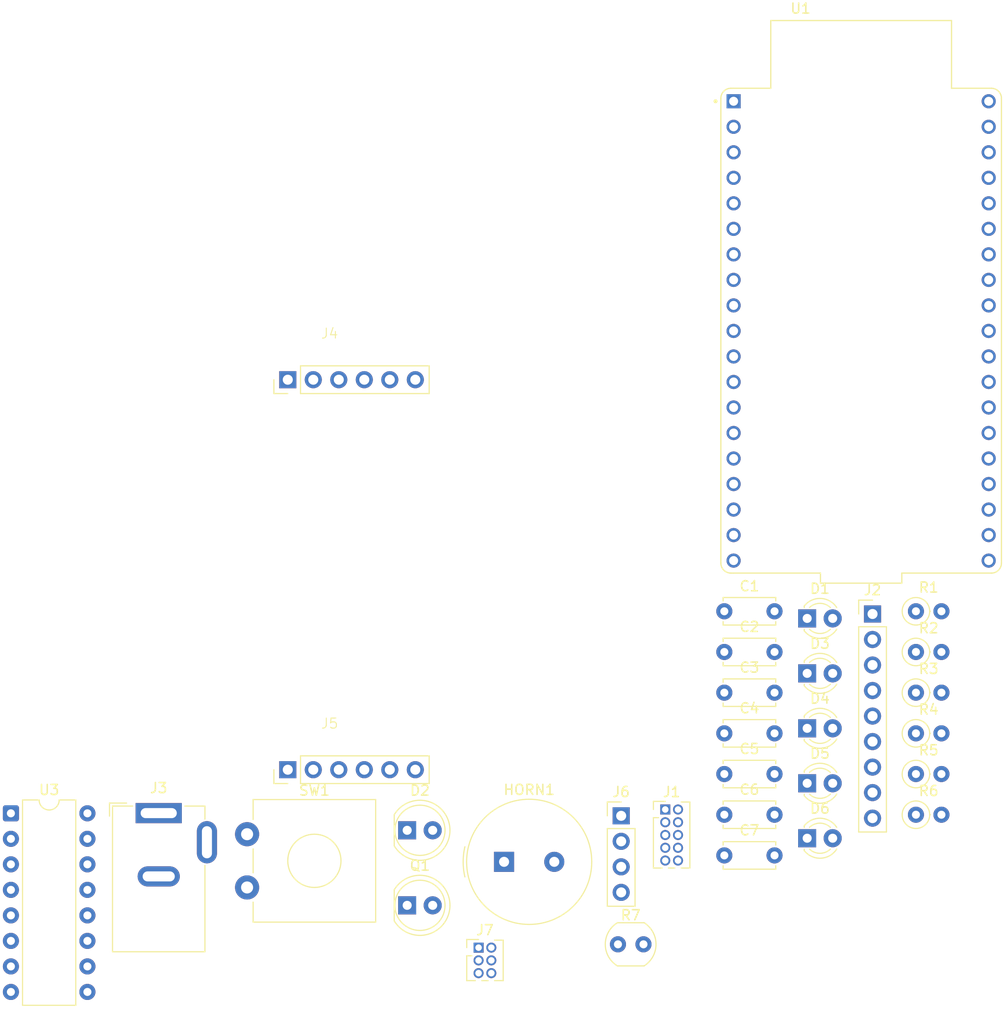
<source format=kicad_pcb>
(kicad_pcb (version 20241229) (generator "pcbnew") (generator_version "9.0")
  (layers (0 "F.Cu" signal) (2 "B.Cu" signal) (13 "F.Paste" user) (15 "B.Paste" user) (5 "F.SilkS" user "F.Silkscreen") (7 "B.SilkS" user "B.Silkscreen") (1 "F.Mask" user) (3 "B.Mask" user) (25 "Edge.Cuts" user))
  (net 0 "")
  (net 1 "GND")
  (net 2 "+3V3")
  (net 3 "+BATT")
  (net 4 "Net-(J4-Pin_1)")
  (net 5 "Net-(J4-Pin_2)")
  (net 6 "Net-(J5-Pin_2)")
  (net 7 "Net-(J5-Pin_1)")
  (net 8 "Net-(D1-A)")
  (net 9 "Net-(D2-A)")
  (net 10 "/REARLAMPS")
  (net 11 "Net-(D3-K)")
  (net 12 "/FRONTLAMPS")
  (net 13 "Net-(D5-K)")
  (net 14 "/HORN")
  (net 16 "/JTAG_MTCK")
  (net 17 "/JTAG_MTDO")
  (net 18 "/JTAG_MTDI")
  (net 19 "/JTAG_MTMS")
  (net 21 "/GPS_RX")
  (net 25 "/GPS_TX")
  (net 27 "Net-(SW1-A)")
  (net 29 "/RENCODER_A")
  (net 30 "/RENCODER_B")
  (net 31 "/LENCODER_B")
  (net 32 "/LENCODER_A")
  (net 33 "/TRIG")
  (net 34 "/ECHO")
  (net 35 "/RXD")
  (net 36 "/RESET")
  (net 37 "/TXD")
  (net 39 "/PHOTOTRANS")
  (net 40 "/DAYNIGHT")
  (net 41 "/LMOTOR_4A")
  (net 43 "/RMOTOR_1A")
  (net 47 "/RMOTOR_2A")
  (net 48 "/LPWM_3A4A")
  (net 51 "/LMOTOR_3A")
  (net 53 "/RPWM_1A2A")
  (footprint "Resistor_THT:R_Axial_DIN0207_L6.3mm_D2.5mm_P2.54mm_Vertical" (layer "F.Cu") (at 107.96 94.5)
    (property "Reference" "R6" (at 1.27 -2.37 0) (layer "F.SilkS"))
    (property "Value" "10K")
    (fp_line (start 1.37 0) (end 1.44 0) (stroke (width 0.12)) (layer "F.SilkS"))
    (fp_circle (center 0 0) (end 1.37 0) (stroke (width 0.12)) (fill no) (layer "F.SilkS"))
    (pad "1" thru_hole circle (at 0 0) (size 1.6 1.6) (drill 0.8) (layers "*.Cu" "*.Mask") (net 2 "+3V3"))
    (pad "2" thru_hole circle (at 2.54 0) (size 1.6 1.6) (drill 0.8) (layers "*.Cu" "*.Mask") (net 40 "/DAYNIGHT"))
  )
  (footprint "LED_THT:LED_D3.0mm" (layer "F.Cu") (at 97.13 85.9)
    (property "Reference" "D4" (at 1.27 -2.96 0) (layer "F.SilkS"))
    (property "Value" "LED")
    (fp_line (start -0.29 -1.236) (end -0.29 -1.08) (stroke (width 0.12)) (layer "F.SilkS"))
    (fp_line (start -0.29 1.08) (end -0.29 1.236) (stroke (width 0.12)) (layer "F.SilkS"))
    (fp_arc (start -0.29 -1.235516) (mid 1.36566 -1.987699) (end 2.941437 -1.08) (stroke (width 0.12)) (layer "F.SilkS"))
    (fp_arc (start 0.229039 -1.08) (mid 1.27 -1.5) (end 2.310961 -1.08) (stroke (width 0.12)) (layer "F.SilkS"))
    (fp_arc (start 2.310961 1.08) (mid 1.27 1.5) (end 0.229039 1.08) (stroke (width 0.12)) (layer "F.SilkS"))
    (fp_arc (start 2.941437 1.08) (mid 1.36566 1.987699) (end -0.29 1.235516) (stroke (width 0.12)) (layer "F.SilkS"))
    (pad "1" thru_hole rect (at 0 0) (size 1.8 1.8) (drill 0.9) (layers "*.Cu" "*.Mask") (net 11 "Net-(D3-K)"))
    (pad "2" thru_hole circle (at 2.54 0) (size 1.8 1.8) (drill 0.9) (layers "*.Cu" "*.Mask") (net 10 "/REARLAMPS"))
  )
  (footprint "Capacitor_THT:C_Disc_D5.0mm_W2.5mm_P5.00mm" (layer "F.Cu") (at 88.88 86.4)
    (property "Reference" "C4" (at 2.5 -2.5 0) (layer "F.SilkS"))
    (property "Value" "0.1Uf")
    (fp_line (start -0.12 -1.37) (end 5.12 -1.37) (stroke (width 0.12)) (layer "F.SilkS"))
    (fp_line (start -0.12 -1.033) (end -0.12 -1.37) (stroke (width 0.12)) (layer "F.SilkS"))
    (fp_line (start -0.12 1.37) (end -0.12 1.033) (stroke (width 0.12)) (layer "F.SilkS"))
    (fp_line (start 5.12 -1.37) (end 5.12 -1.033) (stroke (width 0.12)) (layer "F.SilkS"))
    (fp_line (start 5.12 1.033) (end 5.12 1.37) (stroke (width 0.12)) (layer "F.SilkS"))
    (fp_line (start 5.12 1.37) (end -0.12 1.37) (stroke (width 0.12)) (layer "F.SilkS"))
    (pad "1" thru_hole circle (at 0 0) (size 1.6 1.6) (drill 0.8) (layers "*.Cu" "*.Mask") (net 4 "Net-(J4-Pin_1)"))
    (pad "2" thru_hole circle (at 5 0) (size 1.6 1.6) (drill 0.8) (layers "*.Cu" "*.Mask") (net 5 "Net-(J4-Pin_2)"))
  )
  (footprint "LED_THT:LED_D5.0mm_IRGrey" (layer "F.Cu") (at 57.3 96.05)
    (property "Reference" "D2" (at 1.27 -3.96 0) (layer "F.SilkS"))
    (property "Value" "LD274")
    (fp_line (start -1.29 -1.545) (end -1.29 1.545) (stroke (width 0.12)) (layer "F.SilkS"))
    (fp_arc (start -1.29 -1.54483) (mid 2.071779 -2.880495) (end 4.26 0) (stroke (width 0.12)) (layer "F.SilkS"))
    (fp_arc (start 4.26 0) (mid 2.071779 2.880495) (end -1.29 1.54483) (stroke (width 0.12)) (layer "F.SilkS"))
    (fp_circle (center 1.27 0) (end 3.77 0) (stroke (width 0.12)) (fill no) (layer "F.SilkS"))
    (pad "1" thru_hole rect (at 0 0) (size 1.8 1.8) (drill 0.9) (layers "*.Cu" "*.Mask") (net 1 "GND"))
    (pad "2" thru_hole circle (at 2.54 0) (size 1.8 1.8) (drill 0.9) (layers "*.Cu" "*.Mask") (net 9 "Net-(D2-A)"))
  )
  (footprint "Resistor_THT:R_Axial_DIN0207_L6.3mm_D2.5mm_P2.54mm_Vertical" (layer "F.Cu") (at 107.96 74.25)
    (property "Reference" "R1" (at 1.27 -2.37 0) (layer "F.SilkS"))
    (property "Value" "1k")
    (fp_line (start 1.37 0) (end 1.44 0) (stroke (width 0.12)) (layer "F.SilkS"))
    (fp_circle (center 0 0) (end 1.37 0) (stroke (width 0.12)) (fill no) (layer "F.SilkS"))
    (pad "1" thru_hole circle (at 0 0) (size 1.6 1.6) (drill 0.8) (layers "*.Cu" "*.Mask") (net 3 "+BATT"))
    (pad "2" thru_hole circle (at 2.54 0) (size 1.6 1.6) (drill 0.8) (layers "*.Cu" "*.Mask") (net 8 "Net-(D1-A)"))
  )
  (footprint "LED_THT:LED_D3.0mm" (layer "F.Cu") (at 97.13 91.37)
    (property "Reference" "D5" (at 1.27 -2.96 0) (layer "F.SilkS"))
    (property "Value" "LED")
    (fp_line (start -0.29 -1.236) (end -0.29 -1.08) (stroke (width 0.12)) (layer "F.SilkS"))
    (fp_line (start -0.29 1.08) (end -0.29 1.236) (stroke (width 0.12)) (layer "F.SilkS"))
    (fp_arc (start -0.29 -1.235516) (mid 1.36566 -1.987699) (end 2.941437 -1.08) (stroke (width 0.12)) (layer "F.SilkS"))
    (fp_arc (start 0.229039 -1.08) (mid 1.27 -1.5) (end 2.310961 -1.08) (stroke (width 0.12)) (layer "F.SilkS"))
    (fp_arc (start 2.310961 1.08) (mid 1.27 1.5) (end 0.229039 1.08) (stroke (width 0.12)) (layer "F.SilkS"))
    (fp_arc (start 2.941437 1.08) (mid 1.36566 1.987699) (end -0.29 1.235516) (stroke (width 0.12)) (layer "F.SilkS"))
    (pad "1" thru_hole rect (at 0 0) (size 1.8 1.8) (drill 0.9) (layers "*.Cu" "*.Mask") (net 13 "Net-(D5-K)"))
    (pad "2" thru_hole circle (at 2.54 0) (size 1.8 1.8) (drill 0.9) (layers "*.Cu" "*.Mask") (net 12 "/FRONTLAMPS"))
  )
  (footprint "Resistor_THT:R_Axial_DIN0207_L6.3mm_D2.5mm_P2.54mm_Vertical" (layer "F.Cu") (at 107.96 82.35)
    (property "Reference" "R3" (at 1.27 -2.37 0) (layer "F.SilkS"))
    (property "Value" "47K")
    (fp_line (start 1.37 0) (end 1.44 0) (stroke (width 0.12)) (layer "F.SilkS"))
    (fp_circle (center 0 0) (end 1.37 0) (stroke (width 0.12)) (fill no) (layer "F.SilkS"))
    (pad "1" thru_hole circle (at 0 0) (size 1.6 1.6) (drill 0.8) (layers "*.Cu" "*.Mask") (net 2 "+3V3"))
    (pad "2" thru_hole circle (at 2.54 0) (size 1.6 1.6) (drill 0.8) (layers "*.Cu" "*.Mask") (net 39 "/PHOTOTRANS"))
  )
  (footprint "Capacitor_THT:C_Disc_D5.0mm_W2.5mm_P5.00mm" (layer "F.Cu") (at 88.88 90.45)
    (property "Reference" "C5" (at 2.5 -2.5 0) (layer "F.SilkS"))
    (property "Value" "0.1Uf")
    (fp_line (start -0.12 -1.37) (end 5.12 -1.37) (stroke (width 0.12)) (layer "F.SilkS"))
    (fp_line (start -0.12 -1.033) (end -0.12 -1.37) (stroke (width 0.12)) (layer "F.SilkS"))
    (fp_line (start -0.12 1.37) (end -0.12 1.033) (stroke (width 0.12)) (layer "F.SilkS"))
    (fp_line (start 5.12 -1.37) (end 5.12 -1.033) (stroke (width 0.12)) (layer "F.SilkS"))
    (fp_line (start 5.12 1.033) (end 5.12 1.37) (stroke (width 0.12)) (layer "F.SilkS"))
    (fp_line (start 5.12 1.37) (end -0.12 1.37) (stroke (width 0.12)) (layer "F.SilkS"))
    (pad "1" thru_hole circle (at 0 0) (size 1.6 1.6) (drill 0.8) (layers "*.Cu" "*.Mask") (net 7 "Net-(J5-Pin_1)"))
    (pad "2" thru_hole circle (at 5 0) (size 1.6 1.6) (drill 0.8) (layers "*.Cu" "*.Mask") (net 6 "Net-(J5-Pin_2)"))
  )
  (footprint "Button_Switch_THT:SW_CW_GPTS203211B" (layer "F.Cu") (at 41.36 96.44)
    (property "Reference" "SW1" (at 6.7 -4.35 0) (layer "F.SilkS"))
    (property "Value" "SW_SPST")
    (fp_line (start 0.6 -3.45) (end 12.8 -3.45) (stroke (width 0.12)) (layer "F.SilkS"))
    (fp_line (start 0.6 -1.46) (end 0.6 -3.45) (stroke (width 0.12)) (layer "F.SilkS"))
    (fp_line (start 0.6 1.46) (end 0.6 3.84) (stroke (width 0.12)) (layer "F.SilkS"))
    (fp_line (start 0.6 8.75) (end 0.6 6.76) (stroke (width 0.12)) (layer "F.SilkS"))
    (fp_line (start 12.8 -3.45) (end 12.8 8.75) (stroke (width 0.12)) (layer "F.SilkS"))
    (fp_line (start 12.8 8.75) (end 0.6 8.75) (stroke (width 0.12)) (layer "F.SilkS"))
    (fp_circle (center 6.7 2.65) (end 9.35 2.65) (stroke (width 0.12)) (fill no) (layer "F.SilkS"))
    (pad "1" thru_hole circle (at 0 0) (size 2.4 2.4) (drill 1.2) (layers "*.Cu" "*.Mask") (net 27 "Net-(SW1-A)"))
    (pad "2" thru_hole circle (at 0 5.3) (size 2.4 2.4) (drill 1.2) (layers "*.Cu" "*.Mask") (net 3 "+BATT"))
  )
  (footprint "Connector_PinHeader_2.54mm:PinHeader_1x04_P2.54mm_Vertical" (layer "F.Cu") (at 78.61 94.61)
    (property "Reference" "J6" (at 0 -2.38 0) (layer "F.SilkS"))
    (property "Value" "Conn_01x04")
    (fp_line (start -1.38 -1.38) (end 0 -1.38) (stroke (width 0.12)) (layer "F.SilkS"))
    (fp_line (start -1.38 0) (end -1.38 -1.38) (stroke (width 0.12)) (layer "F.SilkS"))
    (fp_line (start -1.38 1.27) (end -1.38 9) (stroke (width 0.12)) (layer "F.SilkS"))
    (fp_line (start -1.38 1.27) (end 1.38 1.27) (stroke (width 0.12)) (layer "F.SilkS"))
    (fp_line (start -1.38 9) (end 1.38 9) (stroke (width 0.12)) (layer "F.SilkS"))
    (fp_line (start 1.38 1.27) (end 1.38 9) (stroke (width 0.12)) (layer "F.SilkS"))
    (pad "1" thru_hole rect (at 0 0) (size 1.7 1.7) (drill 1) (layers "*.Cu" "*.Mask") (net 2 "+3V3"))
    (pad "2" thru_hole circle (at 0 2.54) (size 1.7 1.7) (drill 1) (layers "*.Cu" "*.Mask") (net 33 "/TRIG"))
    (pad "3" thru_hole circle (at 0 5.08) (size 1.7 1.7) (drill 1) (layers "*.Cu" "*.Mask") (net 34 "/ECHO"))
    (pad "4" thru_hole circle (at 0 7.62) (size 1.7 1.7) (drill 1) (layers "*.Cu" "*.Mask") (net 1 "GND"))
  )
  (footprint "Buzzer_Beeper:Buzzer_TDK_PS1240P02BT_D12.2mm_H6.5mm" (layer "F.Cu") (at 66.948431 99.19)
    (property "Reference" "HORN1" (at 2.5 -7.17 0) (layer "F.SilkS"))
    (property "Value" "Buzzer")
    (fp_arc (start -3.9 1.499999) (mid -4.073431 0) (end -3.9 -1.5) (stroke (width 0.12)) (layer "F.SilkS"))
    (fp_circle (center 2.5 0) (end 8.73 0) (stroke (width 0.12)) (fill no) (layer "F.SilkS"))
    (pad "1" thru_hole rect (at 0 0) (size 2 2) (drill 1) (layers "*.Cu" "*.Mask") (net 14 "/HORN"))
    (pad "2" thru_hole circle (at 5 0) (size 2 2) (drill 1) (layers "*.Cu" "*.Mask") (net 1 "GND"))
  )
  (footprint "Connector_PinHeader_1.27mm:PinHeader_2x03_P1.27mm_Vertical" (layer "F.Cu") (at 64.41 107.73)
    (property "Reference" "J7" (at 0.635 -1.745 0) (layer "F.SilkS"))
    (property "Value" "Conn_02x03_Odd_Even")
    (fp_line (start -1.18 -0.81) (end 0 -0.81) (stroke (width 0.12)) (layer "F.SilkS"))
    (fp_line (start -1.18 0) (end -1.18 -0.81) (stroke (width 0.12)) (layer "F.SilkS"))
    (fp_line (start -1.18 0.81) (end -1.18 3.285) (stroke (width 0.12)) (layer "F.SilkS"))
    (fp_line (start -1.18 0.81) (end -0.666708 0.81) (stroke (width 0.12)) (layer "F.SilkS"))
    (fp_line (start -1.18 3.285) (end -0.317923 3.285) (stroke (width 0.12)) (layer "F.SilkS"))
    (fp_line (start 0.317923 3.285) (end 0.952077 3.285) (stroke (width 0.12)) (layer "F.SilkS"))
    (fp_line (start 1.587923 -0.745) (end 2.45 -0.745) (stroke (width 0.12)) (layer "F.SilkS"))
    (fp_line (start 1.587923 3.285) (end 2.45 3.285) (stroke (width 0.12)) (layer "F.SilkS"))
    (fp_line (start 2.45 -0.745) (end 2.45 3.285) (stroke (width 0.12)) (layer "F.SilkS"))
    (pad "1" thru_hole rect (at 0 0) (size 1 1) (drill 0.65) (layers "*.Cu" "*.Mask") (net 36 "/RESET"))
    (pad "2" thru_hole circle (at 1.27 0) (size 1 1) (drill 0.65) (layers "*.Cu" "*.Mask") (net 2 "+3V3"))
    (pad "3" thru_hole circle (at 0 1.27) (size 1 1) (drill 0.65) (layers "*.Cu" "*.Mask") (net 37 "/TXD"))
    (pad "4" thru_hole circle (at 1.27 1.27) (size 1 1) (drill 0.65) (layers "*.Cu" "*.Mask") (net 1 "GND"))
    (pad "5" thru_hole circle (at 0 2.54) (size 1 1) (drill 0.65) (layers "*.Cu" "*.Mask") (net 35 "/RXD"))
    (pad "6" thru_hole circle (at 1.27 2.54) (size 1 1) (drill 0.65) (layers "*.Cu" "*.Mask"))
  )
  (footprint "LED_THT:LED_D3.0mm" (layer "F.Cu") (at 97.13 74.96)
    (property "Reference" "D1" (at 1.27 -2.96 0) (layer "F.SilkS"))
    (property "Value" "LED")
    (fp_line (start -0.29 -1.236) (end -0.29 -1.08) (stroke (width 0.12)) (layer "F.SilkS"))
    (fp_line (start -0.29 1.08) (end -0.29 1.236) (stroke (width 0.12)) (layer "F.SilkS"))
    (fp_arc (start -0.29 -1.235516) (mid 1.36566 -1.987699) (end 2.941437 -1.08) (stroke (width 0.12)) (layer "F.SilkS"))
    (fp_arc (start 0.229039 -1.08) (mid 1.27 -1.5) (end 2.310961 -1.08) (stroke (width 0.12)) (layer "F.SilkS"))
    (fp_arc (start 2.310961 1.08) (mid 1.27 1.5) (end 0.229039 1.08) (stroke (width 0.12)) (layer "F.SilkS"))
    (fp_arc (start 2.941437 1.08) (mid 1.36566 1.987699) (end -0.29 1.235516) (stroke (width 0.12)) (layer "F.SilkS"))
    (pad "1" thru_hole rect (at 0 0) (size 1.8 1.8) (drill 0.9) (layers "*.Cu" "*.Mask") (net 1 "GND"))
    (pad "2" thru_hole circle (at 2.54 0) (size 1.8 1.8) (drill 0.9) (layers "*.Cu" "*.Mask") (net 8 "Net-(D1-A)"))
  )
  (footprint "OptoDevice:R_LDR_4.9x4.2mm_P2.54mm_Vertical" (layer "F.Cu") (at 78.29 107.4)
    (property "Reference" "R7" (at 1.27 -2.9 0) (layer "F.SilkS"))
    (property "Value" "R_Photo")
    (fp_line (start -0.05 -2.15) (end 2.6 -2.15) (stroke (width 0.12)) (layer "F.SilkS"))
    (fp_line (start -0.05 2.15) (end 2.6 2.15) (stroke (width 0.12)) (layer "F.SilkS"))
    (fp_arc (start -0.05 2.15) (mid -1.262424 0.01494) (end -0.075476 -2.134388) (stroke (width 0.12)) (layer "F.SilkS"))
    (fp_arc (start 2.6 -2.15) (mid 3.788646 -0.016616) (end 2.628027 2.132145) (stroke (width 0.12)) (layer "F.SilkS"))
    (pad "1" thru_hole circle (at 0 0) (size 1.6 1.6) (drill 0.8) (layers "*.Cu" "*.Mask") (net 40 "/DAYNIGHT"))
    (pad "2" thru_hole circle (at 2.54 0) (size 1.6 1.6) (drill 0.8) (layers "*.Cu" "*.Mask") (net 1 "GND"))
  )
  (footprint "Resistor_THT:R_Axial_DIN0207_L6.3mm_D2.5mm_P2.54mm_Vertical" (layer "F.Cu") (at 107.96 78.3)
    (property "Reference" "R2" (at 1.27 -2.37 0) (layer "F.SilkS"))
    (property "Value" "1K")
    (fp_line (start 1.37 0) (end 1.44 0) (stroke (width 0.12)) (layer "F.SilkS"))
    (fp_circle (center 0 0) (end 1.37 0) (stroke (width 0.12)) (fill no) (layer "F.SilkS"))
    (pad "1" thru_hole circle (at 0 0) (size 1.6 1.6) (drill 0.8) (layers "*.Cu" "*.Mask") (net 2 "+3V3"))
    (pad "2" thru_hole circle (at 2.54 0) (size 1.6 1.6) (drill 0.8) (layers "*.Cu" "*.Mask") (net 9 "Net-(D2-A)"))
  )
  (footprint "Resistor_THT:R_Axial_DIN0207_L6.3mm_D2.5mm_P2.54mm_Vertical" (layer "F.Cu") (at 107.96 90.45)
    (property "Reference" "R5" (at 1.27 -2.37 0) (layer "F.SilkS"))
    (property "Value" "330")
    (fp_line (start 1.37 0) (end 1.44 0) (stroke (width 0.12)) (layer "F.SilkS"))
    (fp_circle (center 0 0) (end 1.37 0) (stroke (width 0.12)) (fill no) (layer "F.SilkS"))
    (pad "1" thru_hole circle (at 0 0) (size 1.6 1.6) (drill 0.8) (layers "*.Cu" "*.Mask") (net 13 "Net-(D5-K)"))
    (pad "2" thru_hole circle (at 2.54 0) (size 1.6 1.6) (drill 0.8) (layers "*.Cu" "*.Mask") (net 1 "GND"))
  )
  (footprint "Capacitor_THT:C_Disc_D5.0mm_W2.5mm_P5.00mm" (layer "F.Cu") (at 88.88 82.35)
    (property "Reference" "C3" (at 2.5 -2.5 0) (layer "F.SilkS"))
    (property "Value" "47uF")
    (fp_line (start -0.12 -1.37) (end 5.12 -1.37) (stroke (width 0.12)) (layer "F.SilkS"))
    (fp_line (start -0.12 -1.033) (end -0.12 -1.37) (stroke (width 0.12)) (layer "F.SilkS"))
    (fp_line (start -0.12 1.37) (end -0.12 1.033) (stroke (width 0.12)) (layer "F.SilkS"))
    (fp_line (start 5.12 -1.37) (end 5.12 -1.033) (stroke (width 0.12)) (layer "F.SilkS"))
    (fp_line (start 5.12 1.033) (end 5.12 1.37) (stroke (width 0.12)) (layer "F.SilkS"))
    (fp_line (start 5.12 1.37) (end -0.12 1.37) (stroke (width 0.12)) (layer "F.SilkS"))
    (pad "1" thru_hole circle (at 0 0) (size 1.6 1.6) (drill 0.8) (layers "*.Cu" "*.Mask") (net 3 "+BATT"))
    (pad "2" thru_hole circle (at 5 0) (size 1.6 1.6) (drill 0.8) (layers "*.Cu" "*.Mask") (net 1 "GND"))
  )
  (footprint "Capacitor_THT:C_Disc_D5.0mm_W2.5mm_P5.00mm" (layer "F.Cu") (at 88.88 78.3)
    (property "Reference" "C2" (at 2.5 -2.5 0) (layer "F.SilkS"))
    (property "Value" "47uF")
    (fp_line (start -0.12 -1.37) (end 5.12 -1.37) (stroke (width 0.12)) (layer "F.SilkS"))
    (fp_line (start -0.12 -1.033) (end -0.12 -1.37) (stroke (width 0.12)) (layer "F.SilkS"))
    (fp_line (start -0.12 1.37) (end -0.12 1.033) (stroke (width 0.12)) (layer "F.SilkS"))
    (fp_line (start 5.12 -1.37) (end 5.12 -1.033) (stroke (width 0.12)) (layer "F.SilkS"))
    (fp_line (start 5.12 1.033) (end 5.12 1.37) (stroke (width 0.12)) (layer "F.SilkS"))
    (fp_line (start 5.12 1.37) (end -0.12 1.37) (stroke (width 0.12)) (layer "F.SilkS"))
    (pad "1" thru_hole circle (at 0 0) (size 1.6 1.6) (drill 0.8) (layers "*.Cu" "*.Mask") (net 3 "+BATT"))
    (pad "2" thru_hole circle (at 5 0) (size 1.6 1.6) (drill 0.8) (layers "*.Cu" "*.Mask") (net 1 "GND"))
  )
  (footprint "Capacitor_THT:C_Disc_D5.0mm_W2.5mm_P5.00mm" (layer "F.Cu") (at 88.88 74.25)
    (property "Reference" "C1" (at 2.5 -2.5 0) (layer "F.SilkS"))
    (property "Value" "0.1uF")
    (fp_line (start -0.12 -1.37) (end 5.12 -1.37) (stroke (width 0.12)) (layer "F.SilkS"))
    (fp_line (start -0.12 -1.033) (end -0.12 -1.37) (stroke (width 0.12)) (layer "F.SilkS"))
    (fp_line (start -0.12 1.37) (end -0.12 1.033) (stroke (width 0.12)) (layer "F.SilkS"))
    (fp_line (start 5.12 -1.37) (end 5.12 -1.033) (stroke (width 0.12)) (layer "F.SilkS"))
    (fp_line (start 5.12 1.033) (end 5.12 1.37) (stroke (width 0.12)) (layer "F.SilkS"))
    (fp_line (start 5.12 1.37) (end -0.12 1.37) (stroke (width 0.12)) (layer "F.SilkS"))
    (pad "1" thru_hole circle (at 0 0) (size 1.6 1.6) (drill 0.8) (layers "*.Cu" "*.Mask") (net 2 "+3V3"))
    (pad "2" thru_hole circle (at 5 0) (size 1.6 1.6) (drill 0.8) (layers "*.Cu" "*.Mask") (net 1 "GND"))
  )
  (footprint "0-My-Library:MODULE_ESP32-DEVKITC-32E" (layer "F.Cu") (at 102.505 46.32)
    (property "Reference" "U1" (at -6.0325 -32.0675 0) (layer "F.SilkS"))
    (property "Value" "ESP32-DEVKITC-32E")
    (fp_line (start -13.97 23.13) (end -13.97 -23.13) (stroke (width 0.127)) (layer "F.SilkS"))
    (fp_line (start -12.97 -24.13) (end -9 -24.13) (stroke (width 0.127)) (layer "F.SilkS"))
    (fp_line (start -12.97 24.13) (end -4.05 24.13) (stroke (width 0.127)) (layer "F.SilkS"))
    (fp_line (start -9 -30.87) (end 9 -30.87) (stroke (width 0.127)) (layer "F.SilkS"))
    (fp_line (start -9 -24.13) (end -9 -30.87) (stroke (width 0.127)) (layer "F.SilkS"))
    (fp_line (start -4.05 24.13) (end -4.05 25.13) (stroke (width 0.127)) (layer "F.SilkS"))
    (fp_line (start -4.05 25.13) (end 4.05 25.13) (stroke (width 0.127)) (layer "F.SilkS"))
    (fp_line (start 4.05 24.13) (end 12.97 24.13) (stroke (width 0.127)) (layer "F.SilkS"))
    (fp_line (start 4.05 25.13) (end 4.05 24.13) (stroke (width 0.127)) (layer "F.SilkS"))
    (fp_line (start 9 -30.87) (end 9 -24.13) (stroke (width 0.127)) (layer "F.SilkS"))
    (fp_line (start 9 -24.13) (end 12.97 -24.13) (stroke (width 0.127)) (layer "F.SilkS"))
    (fp_line (start 13.97 23.13) (end 13.97 -23.13) (stroke (width 0.127)) (layer "F.SilkS"))
    (fp_arc (start -13.97 -23.13) (mid -13.677107 -23.837107) (end -12.97 -24.13) (stroke (width 0.127)) (layer "F.SilkS"))
    (fp_arc (start -12.97 24.13) (mid -13.677107 23.837107) (end -13.97 23.13) (stroke (width 0.127)) (layer "F.SilkS"))
    (fp_arc (start 12.97 -24.13) (mid 13.677107 -23.837107) (end 13.97 -23.13) (stroke (width 0.127)) (layer "F.SilkS"))
    (fp_arc (start 13.97 23.13) (mid 13.677107 23.837107) (end 12.97 24.13) (stroke (width 0.127)) (layer "F.SilkS"))
    (fp_circle (center -14.5 -22.835) (end -14.4 -22.835) (stroke (width 0.2)) (fill no) (layer "F.SilkS"))
    (pad "J2_1" thru_hole rect (at -12.7 -22.835) (size 1.408 1.408) (drill 0.9) (layers "*.Cu" "*.Mask") (net 2 "+3V3"))
    (pad "J2_2" thru_hole circle (at -12.7 -20.295) (size 1.408 1.408) (drill 0.9) (layers "*.Cu" "*.Mask") (net 36 "/RESET"))
    (pad "J2_3" thru_hole circle (at -12.7 -17.755) (size 1.408 1.408) (drill 0.9) (layers "*.Cu" "*.Mask") (net 29 "/RENCODER_A"))
    (pad "J2_4" thru_hole circle (at -12.7 -15.215) (size 1.408 1.408) (drill 0.9) (layers "*.Cu" "*.Mask") (net 30 "/RENCODER_B"))
    (pad "J2_5" thru_hole circle (at -12.7 -12.675) (size 1.408 1.408) (drill 0.9) (layers "*.Cu" "*.Mask") (net 32 "/LENCODER_A"))
    (pad "J2_6" thru_hole circle (at -12.7 -10.135) (size 1.408 1.408) (drill 0.9) (layers "*.Cu" "*.Mask") (net 31 "/LENCODER_B"))
    (pad "J2_7" thru_hole circle (at -12.7 -7.595) (size 1.408 1.408) (drill 0.9) (layers "*.Cu" "*.Mask") (net 39 "/PHOTOTRANS"))
    (pad "J2_8" thru_hole circle (at -12.7 -5.055) (size 1.408 1.408) (drill 0.9) (layers "*.Cu" "*.Mask") (net 40 "/DAYNIGHT"))
    (pad "J2_9" thru_hole circle (at -12.7 -2.515) (size 1.408 1.408) (drill 0.9) (layers "*.Cu" "*.Mask") (net 48 "/LPWM_3A4A"))
    (pad "J2_10" thru_hole circle (at -12.7 0.025) (size 1.408 1.408) (drill 0.9) (layers "*.Cu" "*.Mask") (net 53 "/RPWM_1A2A"))
    (pad "J2_11" thru_hole circle (at -12.7 2.565) (size 1.408 1.408) (drill 0.9) (layers "*.Cu" "*.Mask") (net 34 "/ECHO"))
    (pad "J2_12" thru_hole circle (at -12.7 5.105) (size 1.408 1.408) (drill 0.9) (layers "*.Cu" "*.Mask") (net 19 "/JTAG_MTMS"))
    (pad "J2_13" thru_hole circle (at -12.7 7.645) (size 1.408 1.408) (drill 0.9) (layers "*.Cu" "*.Mask") (net 18 "/JTAG_MTDI"))
    (pad "J2_14" thru_hole circle (at -12.7 10.185) (size 1.408 1.408) (drill 0.9) (layers "*.Cu" "*.Mask") (net 1 "GND"))
    (pad "J2_15" thru_hole circle (at -12.7 12.725) (size 1.408 1.408) (drill 0.9) (layers "*.Cu" "*.Mask") (net 16 "/JTAG_MTCK"))
    (pad "J2_16" thru_hole circle (at -12.7 15.265) (size 1.408 1.408) (drill 0.9) (layers "*.Cu" "*.Mask"))
    (pad "J2_17" thru_hole circle (at -12.7 17.805) (size 1.408 1.408) (drill 0.9) (layers "*.Cu" "*.Mask"))
    (pad "J2_18" thru_hole circle (at -12.7 20.345) (size 1.408 1.408) (drill 0.9) (layers "*.Cu" "*.Mask"))
    (pad "J2_19" thru_hole circle (at -12.7 22.885) (size 1.408 1.408) (drill 0.9) (layers "*.Cu" "*.Mask") (net 3 "+BATT"))
    (pad "J3_1" thru_hole circle (at 12.7 -22.835) (size 1.408 1.408) (drill 0.9) (layers "*.Cu" "*.Mask") (net 1 "GND"))
    (pad "J3_2" thru_hole circle (at 12.7 -20.295) (size 1.408 1.408) (drill 0.9) (layers "*.Cu" "*.Mask") (net 21 "/GPS_RX"))
    (pad "J3_3" thru_hole circle (at 12.7 -17.755) (size 1.408 1.408) (drill 0.9) (layers "*.Cu" "*.Mask") (net 25 "/GPS_TX"))
    (pad "J3_4" thru_hole circle (at 12.7 -15.215) (size 1.408 1.408) (drill 0.9) (layers "*.Cu" "*.Mask") (net 35 "/RXD"))
    (pad "J3_5" thru_hole circle (at 12.7 -12.675) (size 1.408 1.408) (drill 0.9) (layers "*.Cu" "*.Mask") (net 37 "/TXD"))
    (pad "J3_6" thru_hole circle (at 12.7 -10.135) (size 1.408 1.408) (drill 0.9) (layers "*.Cu" "*.Mask") (net 14 "/HORN"))
    (pad "J3_7" thru_hole circle (at 12.7 -7.595) (size 1.408 1.408) (drill 0.9) (layers "*.Cu" "*.Mask") (net 1 "GND"))
    (pad "J3_8" thru_hole circle (at 12.7 -5.055) (size 1.408 1.408) (drill 0.9) (layers "*.Cu" "*.Mask") (net 47 "/RMOTOR_2A"))
    (pad "J3_9" thru_hole circle (at 12.7 -2.515) (size 1.408 1.408) (drill 0.9) (layers "*.Cu" "*.Mask") (net 43 "/RMOTOR_1A"))
    (pad "J3_10" thru_hole circle (at 12.7 0.025) (size 1.408 1.408) (drill 0.9) (layers "*.Cu" "*.Mask"))
    (pad "J3_11" thru_hole circle (at 12.7 2.565) (size 1.408 1.408) (drill 0.9) (layers "*.Cu" "*.Mask") (net 41 "/LMOTOR_4A"))
    (pad "J3_12" thru_hole circle (at 12.7 5.105) (size 1.408 1.408) (drill 0.9) (layers "*.Cu" "*.Mask") (net 51 "/LMOTOR_3A"))
    (pad "J3_13" thru_hole circle (at 12.7 7.645) (size 1.408 1.408) (drill 0.9) (layers "*.Cu" "*.Mask") (net 33 "/TRIG"))
    (pad "J3_14" thru_hole circle (at 12.7 10.185) (size 1.408 1.408) (drill 0.9) (layers "*.Cu" "*.Mask") (net 10 "/REARLAMPS"))
    (pad "J3_15" thru_hole circle (at 12.7 12.725) (size 1.408 1.408) (drill 0.9) (layers "*.Cu" "*.Mask") (net 12 "/FRONTLAMPS"))
    (pad "J3_16" thru_hole circle (at 12.7 15.265) (size 1.408 1.408) (drill 0.9) (layers "*.Cu" "*.Mask") (net 17 "/JTAG_MTDO"))
    (pad "J3_17" thru_hole circle (at 12.7 17.805) (size 1.408 1.408) (drill 0.9) (layers "*.Cu" "*.Mask"))
    (pad "J3_18" thru_hole circle (at 12.7 20.345) (size 1.408 1.408) (drill 0.9) (layers "*.Cu" "*.Mask"))
    (pad "J3_19" thru_hole circle (at 12.7 22.885) (size 1.408 1.408) (drill 0.9) (layers "*.Cu" "*.Mask"))
  )
  (footprint "LED_THT:LED_D3.0mm" (layer "F.Cu") (at 97.13 96.84)
    (property "Reference" "D6" (at 1.27 -2.96 0) (layer "F.SilkS"))
    (property "Value" "LED")
    (fp_line (start -0.29 -1.236) (end -0.29 -1.08) (stroke (width 0.12)) (layer "F.SilkS"))
    (fp_line (start -0.29 1.08) (end -0.29 1.236) (stroke (width 0.12)) (layer "F.SilkS"))
    (fp_arc (start -0.29 -1.235516) (mid 1.36566 -1.987699) (end 2.941437 -1.08) (stroke (width 0.12)) (layer "F.SilkS"))
    (fp_arc (start 0.229039 -1.08) (mid 1.27 -1.5) (end 2.310961 -1.08) (stroke (width 0.12)) (layer "F.SilkS"))
    (fp_arc (start 2.310961 1.08) (mid 1.27 1.5) (end 0.229039 1.08) (stroke (width 0.12)) (layer "F.SilkS"))
    (fp_arc (start 2.941437 1.08) (mid 1.36566 1.987699) (end -0.29 1.235516) (stroke (width 0.12)) (layer "F.SilkS"))
    (pad "1" thru_hole rect (at 0 0) (size 1.8 1.8) (drill 0.9) (layers "*.Cu" "*.Mask") (net 13 "Net-(D5-K)"))
    (pad "2" thru_hole circle (at 2.54 0) (size 1.8 1.8) (drill 0.9) (layers "*.Cu" "*.Mask") (net 12 "/FRONTLAMPS"))
  )
  (footprint "LED_THT:LED_D3.0mm" (layer "F.Cu") (at 97.13 80.43)
    (property "Reference" "D3" (at 1.27 -2.96 0) (layer "F.SilkS"))
    (property "Value" "LED")
    (fp_line (start -0.29 -1.236) (end -0.29 -1.08) (stroke (width 0.12)) (layer "F.SilkS"))
    (fp_line (start -0.29 1.08) (end -0.29 1.236) (stroke (width 0.12)) (layer "F.SilkS"))
    (fp_arc (start -0.29 -1.235516) (mid 1.36566 -1.987699) (end 2.941437 -1.08) (stroke (width 0.12)) (layer "F.SilkS"))
    (fp_arc (start 0.229039 -1.08) (mid 1.27 -1.5) (end 2.310961 -1.08) (stroke (width 0.12)) (layer "F.SilkS"))
    (fp_arc (start 2.310961 1.08) (mid 1.27 1.5) (end 0.229039 1.08) (stroke (width 0.12)) (layer "F.SilkS"))
    (fp_arc (start 2.941437 1.08) (mid 1.36566 1.987699) (end -0.29 1.235516) (stroke (width 0.12)) (layer "F.SilkS"))
    (pad "1" thru_hole rect (at 0 0) (size 1.8 1.8) (drill 0.9) (layers "*.Cu" "*.Mask") (net 11 "Net-(D3-K)"))
    (pad "2" thru_hole circle (at 2.54 0) (size 1.8 1.8) (drill 0.9) (layers "*.Cu" "*.Mask") (net 10 "/REARLAMPS"))
  )
  (footprint "0-My-Library:Pololu-3675-GearMotorWEncoder" (layer "F.Cu") (at 45.41 90.02)
    (property "Reference" "J5" (at 4.17 -4.6 0) (layer "F.SilkS") (effects (font (thickness 0.1))))
    (property "Value" "Conn_01x06")
    (fp_line (start -1.38 1.38) (end -1.38 0) (stroke (width 0.12)) (layer "F.SilkS"))
    (fp_line (start 0 1.38) (end -1.38 1.38) (stroke (width 0.12)) (layer "F.SilkS"))
    (fp_line (start 1.27 -1.38) (end 14.08 -1.38) (stroke (width 0.12)) (layer "F.SilkS"))
    (fp_line (start 1.27 1.38) (end 1.27 -1.38) (stroke (width 0.12)) (layer "F.SilkS"))
    (fp_line (start 1.27 1.38) (end 14.08 1.38) (stroke (width 0.12)) (layer "F.SilkS"))
    (fp_line (start 14.08 1.38) (end 14.08 -1.38) (stroke (width 0.12)) (layer "F.SilkS"))
    (pad "" np_thru_hole circle (at -3.63 -5.934) (size 2.54 2.54) (drill 2.6) (layers "*.Cu" "*.Mask"))
    (pad "" np_thru_hole circle (at 16.436 -5.934) (size 2.54 2.54) (drill 2.6) (layers "*.Cu" "*.Mask"))
    (pad "1" thru_hole rect (at 0 0 90) (size 1.7 1.7) (drill 1) (layers "*.Cu" "*.Mask") (net 7 "Net-(J5-Pin_1)"))
    (pad "2" thru_hole circle (at 2.54 0 90) (size 1.7 1.7) (drill 1) (layers "*.Cu" "*.Mask") (net 6 "Net-(J5-Pin_2)"))
    (pad "3" thru_hole circle (at 5.08 0 90) (size 1.7 1.7) (drill 1) (layers "*.Cu" "*.Mask") (net 3 "+BATT"))
    (pad "4" thru_hole circle (at 7.62 0 90) (size 1.7 1.7) (drill 1) (layers "*.Cu" "*.Mask") (net 32 "/LENCODER_A"))
    (pad "5" thru_hole circle (at 10.16 0 90) (size 1.7 1.7) (drill 1) (layers "*.Cu" "*.Mask") (net 31 "/LENCODER_B"))
    (pad "6" thru_hole circle (at 12.7 0 90) (size 1.7 1.7) (drill 1) (layers "*.Cu" "*.Mask") (net 1 "GND"))
  )
  (footprint "Resistor_THT:R_Axial_DIN0207_L6.3mm_D2.5mm_P2.54mm_Vertical" (layer "F.Cu") (at 107.96 86.4)
    (property "Reference" "R4" (at 1.27 -2.37 0) (layer "F.SilkS"))
    (property "Value" "330")
    (fp_line (start 1.37 0) (end 1.44 0) (stroke (width 0.12)) (layer "F.SilkS"))
    (fp_circle (center 0 0) (end 1.37 0) (stroke (width 0.12)) (fill no) (layer "F.SilkS"))
    (pad "1" thru_hole circle (at 0 0) (size 1.6 1.6) (drill 0.8) (layers "*.Cu" "*.Mask") (net 11 "Net-(D3-K)"))
    (pad "2" thru_hole circle (at 2.54 0) (size 1.6 1.6) (drill 0.8) (layers "*.Cu" "*.Mask") (net 1 "GND"))
  )
  (footprint "Connector_PinHeader_1.27mm:PinHeader_2x05_P1.27mm_Vertical" (layer "F.Cu") (at 83 93.98)
    (property "Reference" "J1" (at 0.635 -1.745 0) (layer "F.SilkS"))
    (property "Value" "JTAG")
    (fp_line (start -1.18 -0.81) (end 0 -0.81) (stroke (width 0.12)) (layer "F.SilkS"))
    (fp_line (start -1.18 0) (end -1.18 -0.81) (stroke (width 0.12)) (layer "F.SilkS"))
    (fp_line (start -1.18 0.81) (end -1.18 5.825) (stroke (width 0.12)) (layer "F.SilkS"))
    (fp_line (start -1.18 0.81) (end -0.666708 0.81) (stroke (width 0.12)) (layer "F.SilkS"))
    (fp_line (start -1.18 5.825) (end -0.317923 5.825) (stroke (width 0.12)) (layer "F.SilkS"))
    (fp_line (start 0.317923 5.825) (end 0.952077 5.825) (stroke (width 0.12)) (layer "F.SilkS"))
    (fp_line (start 1.587923 -0.745) (end 2.45 -0.745) (stroke (width 0.12)) (layer "F.SilkS"))
    (fp_line (start 1.587923 5.825) (end 2.45 5.825) (stroke (width 0.12)) (layer "F.SilkS"))
    (fp_line (start 2.45 -0.745) (end 2.45 5.825) (stroke (width 0.12)) (layer "F.SilkS"))
    (pad "1" thru_hole rect (at 0 0) (size 1 1) (drill 0.65) (layers "*.Cu" "*.Mask") (net 2 "+3V3"))
    (pad "2" thru_hole circle (at 1.27 0) (size 1 1) (drill 0.65) (layers "*.Cu" "*.Mask") (net 19 "/JTAG_MTMS"))
    (pad "3" thru_hole circle (at 0 1.27) (size 1 1) (drill 0.65) (layers "*.Cu" "*.Mask") (net 1 "GND"))
    (pad "4" thru_hole circle (at 1.27 1.27) (size 1 1) (drill 0.65) (layers "*.Cu" "*.Mask") (net 16 "/JTAG_MTCK"))
    (pad "5" thru_hole circle (at 0 2.54) (size 1 1) (drill 0.65) (layers "*.Cu" "*.Mask") (net 1 "GND"))
    (pad "6" thru_hole circle (at 1.27 2.54) (size 1 1) (drill 0.65) (layers "*.Cu" "*.Mask") (net 17 "/JTAG_MTDO"))
    (pad "7" thru_hole circle (at 0 3.81) (size 1 1) (drill 0.65) (layers "*.Cu" "*.Mask") (net 1 "GND"))
    (pad "8" thru_hole circle (at 1.27 3.81) (size 1 1) (drill 0.65) (layers "*.Cu" "*.Mask") (net 18 "/JTAG_MTDI"))
    (pad "9" thru_hole circle (at 0 5.08) (size 1 1) (drill 0.65) (layers "*.Cu" "*.Mask") (net 1 "GND"))
    (pad "10" thru_hole circle (at 1.27 5.08) (size 1 1) (drill 0.65) (layers "*.Cu" "*.Mask"))
  )
  (footprint "Capacitor_THT:C_Disc_D5.0mm_W2.5mm_P5.00mm" (layer "F.Cu") (at 88.88 98.55)
    (property "Reference" "C7" (at 2.5 -2.5 0) (layer "F.SilkS"))
    (property "Value" "0.1uF")
    (fp_line (start -0.12 -1.37) (end 5.12 -1.37) (stroke (width 0.12)) (layer "F.SilkS"))
    (fp_line (start -0.12 -1.033) (end -0.12 -1.37) (stroke (width 0.12)) (layer "F.SilkS"))
    (fp_line (start -0.12 1.37) (end -0.12 1.033) (stroke (width 0.12)) (layer "F.SilkS"))
    (fp_line (start 5.12 -1.37) (end 5.12 -1.033) (stroke (width 0.12)) (layer "F.SilkS"))
    (fp_line (start 5.12 1.033) (end 5.12 1.37) (stroke (width 0.12)) (layer "F.SilkS"))
    (fp_line (start 5.12 1.37) (end -0.12 1.37) (stroke (width 0.12)) (layer "F.SilkS"))
    (pad "1" thru_hole circle (at 0 0) (size 1.6 1.6) (drill 0.8) (layers "*.Cu" "*.Mask") (net 2 "+3V3"))
    (pad "2" thru_hole circle (at 5 0) (size 1.6 1.6) (drill 0.8) (layers "*.Cu" "*.Mask") (net 1 "GND"))
  )
  (footprint "Connector_PinHeader_2.54mm:PinHeader_1x09_P2.54mm_Vertical" (layer "F.Cu") (at 103.64 74.52)
    (property "Reference" "J2" (at 0 -2.38 0) (layer "F.SilkS"))
    (property "Value" "GPS MODULE")
    (fp_line (start -1.38 -1.38) (end 0 -1.38) (stroke (width 0.12)) (layer "F.SilkS"))
    (fp_line (start -1.38 0) (end -1.38 -1.38) (stroke (width 0.12)) (layer "F.SilkS"))
    (fp_line (start -1.38 1.27) (end -1.38 21.7) (stroke (width 0.12)) (layer "F.SilkS"))
    (fp_line (start -1.38 1.27) (end 1.38 1.27) (stroke (width 0.12)) (layer "F.SilkS"))
    (fp_line (start -1.38 21.7) (end 1.38 21.7) (stroke (width 0.12)) (layer "F.SilkS"))
    (fp_line (start 1.38 1.27) (end 1.38 21.7) (stroke (width 0.12)) (layer "F.SilkS"))
    (pad "1" thru_hole rect (at 0 0) (size 1.7 1.7) (drill 1) (layers "*.Cu" "*.Mask") (net 2 "+3V3"))
    (pad "2" thru_hole circle (at 0 2.54) (size 1.7 1.7) (drill 1) (layers "*.Cu" "*.Mask"))
    (pad "3" thru_hole circle (at 0 5.08) (size 1.7 1.7) (drill 1) (layers "*.Cu" "*.Mask"))
    (pad "4" thru_hole circle (at 0 7.62) (size 1.7 1.7) (drill 1) (layers "*.Cu" "*.Mask"))
    (pad "5" thru_hole circle (at 0 10.16) (size 1.7 1.7) (drill 1) (layers "*.Cu" "*.Mask") (net 25 "/GPS_TX"))
    (pad "6" thru_hole circle (at 0 12.7) (size 1.7 1.7) (drill 1) (layers "*.Cu" "*.Mask") (net 21 "/GPS_RX"))
    (pad "7" thru_hole circle (at 0 15.24) (size 1.7 1.7) (drill 1) (layers "*.Cu" "*.Mask") (net 1 "GND"))
    (pad "8" thru_hole circle (at 0 17.78) (size 1.7 1.7) (drill 1) (layers "*.Cu" "*.Mask"))
    (pad "9" thru_hole circle (at 0 20.32) (size 1.7 1.7) (drill 1) (layers "*.Cu" "*.Mask"))
  )
  (footprint "Capacitor_THT:C_Disc_D5.0mm_W2.5mm_P5.00mm" (layer "F.Cu") (at 88.88 94.5)
    (property "Reference" "C6" (at 2.5 -2.5 0) (layer "F.SilkS"))
    (property "Value" "0.1Uf")
    (fp_line (start -0.12 -1.37) (end 5.12 -1.37) (stroke (width 0.12)) (layer "F.SilkS"))
    (fp_line (start -0.12 -1.033) (end -0.12 -1.37) (stroke (width 0.12)) (layer "F.SilkS"))
    (fp_line (start -0.12 1.37) (end -0.12 1.033) (stroke (width 0.12)) (layer "F.SilkS"))
    (fp_line (start 5.12 -1.37) (end 5.12 -1.033) (stroke (width 0.12)) (layer "F.SilkS"))
    (fp_line (start 5.12 1.033) (end 5.12 1.37) (stroke (width 0.12)) (layer "F.SilkS"))
    (fp_line (start 5.12 1.37) (end -0.12 1.37) (stroke (width 0.12)) (layer "F.SilkS"))
    (pad "1" thru_hole circle (at 0 0) (size 1.6 1.6) (drill 0.8) (layers "*.Cu" "*.Mask") (net 1 "GND"))
    (pad "2" thru_hole circle (at 5 0) (size 1.6 1.6) (drill 0.8) (layers "*.Cu" "*.Mask") (net 2 "+3V3"))
  )
  (footprint "LED_THT:LED_D5.0mm_Clear" (layer "F.Cu") (at 57.3 103.52)
    (property "Reference" "Q1" (at 1.27 -3.96 0) (layer "F.SilkS"))
    (property "Value" "SFH300")
    (fp_line (start -1.29 -1.545) (end -1.29 1.545) (stroke (width 0.12)) (layer "F.SilkS"))
    (fp_arc (start -1.29 -1.54483) (mid 2.071779 -2.880495) (end 4.26 0) (stroke (width 0.12)) (layer "F.SilkS"))
    (fp_arc (start 4.26 0) (mid 2.071779 2.880495) (end -1.29 1.54483) (stroke (width 0.12)) (layer "F.SilkS"))
    (fp_circle (center 1.27 0) (end 3.77 0) (stroke (width 0.12)) (fill no) (layer "F.SilkS"))
    (pad "1" thru_hole rect (at 0 0) (size 1.8 1.8) (drill 0.9) (layers "*.Cu" "*.Mask") (net 39 "/PHOTOTRANS"))
    (pad "2" thru_hole circle (at 2.54 0) (size 1.8 1.8) (drill 0.9) (layers "*.Cu" "*.Mask") (net 1 "GND"))
  )
  (footprint "Package_DIP:DIP-16_W7.62mm" (layer "F.Cu") (at 17.84 94.36)
    (property "Reference" "U3" (at 3.81 -2.33 0) (layer "F.SilkS"))
    (property "Value" "L293D")
    (fp_line (start 1.16 -1.33) (end 1.16 19.11) (stroke (width 0.12)) (layer "F.SilkS"))
    (fp_line (start 1.16 19.11) (end 6.46 19.11) (stroke (width 0.12)) (layer "F.SilkS"))
    (fp_line (start 2.81 -1.33) (end 1.16 -1.33) (stroke (width 0.12)) (layer "F.SilkS"))
    (fp_line (start 6.46 -1.33) (end 4.81 -1.33) (stroke (width 0.12)) (layer "F.SilkS"))
    (fp_line (start 6.46 19.11) (end 6.46 -1.33) (stroke (width 0.12)) (layer "F.SilkS"))
    (fp_arc (start 4.81 -1.33) (mid 3.81 -0.33) (end 2.81 -1.33) (stroke (width 0.12)) (layer "F.SilkS"))
    (pad "1" thru_hole roundrect (at 0 0) (size 1.6 1.6) (drill 0.8) (layers "*.Cu" "*.Mask") (roundrect_rratio 0.15625) (net 53 "/RPWM_1A2A"))
    (pad "2" thru_hole circle (at 0 2.54) (size 1.6 1.6) (drill 0.8) (layers "*.Cu" "*.Mask") (net 43 "/RMOTOR_1A"))
    (pad "3" thru_hole circle (at 0 5.08) (size 1.6 1.6) (drill 0.8) (layers "*.Cu" "*.Mask") (net 4 "Net-(J4-Pin_1)"))
    (pad "4" thru_hole circle (at 0 7.62) (size 1.6 1.6) (drill 0.8) (layers "*.Cu" "*.Mask") (net 1 "GND"))
    (pad "5" thru_hole circle (at 0 10.16) (size 1.6 1.6) (drill 0.8) (layers "*.Cu" "*.Mask") (net 1 "GND"))
    (pad "6" thru_hole circle (at 0 12.7) (size 1.6 1.6) (drill 0.8) (layers "*.Cu" "*.Mask") (net 5 "Net-(J4-Pin_2)"))
    (pad "7" thru_hole circle (at 0 15.24) (size 1.6 1.6) (drill 0.8) (layers "*.Cu" "*.Mask") (net 47 "/RMOTOR_2A"))
    (pad "8" thru_hole circle (at 0 17.78) (size 1.6 1.6) (drill 0.8) (layers "*.Cu" "*.Mask") (net 3 "+BATT"))
    (pad "9" thru_hole circle (at 7.62 17.78) (size 1.6 1.6) (drill 0.8) (layers "*.Cu" "*.Mask") (net 48 "/LPWM_3A4A"))
    (pad "10" thru_hole circle (at 7.62 15.24) (size 1.6 1.6) (drill 0.8) (layers "*.Cu" "*.Mask") (net 51 "/LMOTOR_3A"))
    (pad "11" thru_hole circle (at 7.62 12.7) (size 1.6 1.6) (drill 0.8) (layers "*.Cu" "*.Mask") (net 7 "Net-(J5-Pin_1)"))
    (pad "12" thru_hole circle (at 7.62 10.16) (size 1.6 1.6) (drill 0.8) (layers "*.Cu" "*.Mask") (net 1 "GND"))
    (pad "13" thru_hole circle (at 7.62 7.62) (size 1.6 1.6) (drill 0.8) (layers "*.Cu" "*.Mask") (net 1 "GND"))
    (pad "14" thru_hole circle (at 7.62 5.08) (size 1.6 1.6) (drill 0.8) (layers "*.Cu" "*.Mask") (net 6 "Net-(J5-Pin_2)"))
    (pad "15" thru_hole circle (at 7.62 2.54) (size 1.6 1.6) (drill 0.8) (layers "*.Cu" "*.Mask") (net 41 "/LMOTOR_4A"))
    (pad "16" thru_hole circle (at 7.62 0) (size 1.6 1.6) (drill 0.8) (layers "*.Cu" "*.Mask") (net 3 "+BATT"))
  )
  (footprint "0-My-Library:Pololu-3675-GearMotorWEncoder" (layer "F.Cu") (at 45.41 51.2)
    (property "Reference" "J4" (at 4.17 -4.6 0) (layer "F.SilkS") (effects (font (thickness 0.1))))
    (property "Value" "Conn_01x06")
    (fp_line (start -1.38 1.38) (end -1.38 0) (stroke (width 0.12)) (layer "F.SilkS"))
    (fp_line (start 0 1.38) (end -1.38 1.38) (stroke (width 0.12)) (layer "F.SilkS"))
    (fp_line (start 1.27 -1.38) (end 14.08 -1.38) (stroke (width 0.12)) (layer "F.SilkS"))
    (fp_line (start 1.27 1.38) (end 1.27 -1.38) (stroke (width 0.12)) (layer "F.SilkS"))
    (fp_line (start 1.27 1.38) (end 14.08 1.38) (stroke (width 0.12)) (layer "F.SilkS"))
    (fp_line (start 14.08 1.38) (end 14.08 -1.38) (stroke (width 0.12)) (layer "F.SilkS"))
    (pad "" np_thru_hole circle (at -3.63 -5.934) (size 2.54 2.54) (drill 2.6) (layers "*.Cu" "*.Mask"))
    (pad "" np_thru_hole circle (at 16.436 -5.934) (size 2.54 2.54) (drill 2.6) (layers "*.Cu" "*.Mask"))
    (pad "1" thru_hole rect (at 0 0 90) (size 1.7 1.7) (drill 1) (layers "*.Cu" "*.Mask") (net 4 "Net-(J4-Pin_1)"))
    (pad "2" thru_hole circle (at 2.54 0 90) (size 1.7 1.7) (drill 1) (layers "*.Cu" "*.Mask") (net 5 "Net-(J4-Pin_2)"))
    (pad "3" thru_hole circle (at 5.08 0 90) (size 1.7 1.7) (drill 1) (layers "*.Cu" "*.Mask") (net 3 "+BATT"))
    (pad "4" thru_hole circle (at 7.62 0 90) (size 1.7 1.7) (drill 1) (layers "*.Cu" "*.Mask") (net 29 "/RENCODER_A"))
    (pad "5" thru_hole circle (at 10.16 0 90) (size 1.7 1.7) (drill 1) (layers "*.Cu" "*.Mask") (net 30 "/RENCODER_B"))
    (pad "6" thru_hole circle (at 12.7 0 90) (size 1.7 1.7) (drill 1) (layers "*.Cu" "*.Mask") (net 1 "GND"))
  )
  (footprint "Connector_BarrelJack:BarrelJack_GCT_DCJ200-10-A_Horizontal" (layer "F.Cu") (at 32.56 94.34)
    (property "Reference" "J3" (at 0 -2.5 0) (layer "F.SilkS"))
    (property "Value" "Barrel_Jack_Switch")
    (fp_line (start -4.9 -1) (end -4.9 0.3) (stroke (width 0.12)) (layer "F.SilkS"))
    (fp_line (start -4.6 -0.7) (end -2.6 -0.7) (stroke (width 0.12)) (layer "F.SilkS"))
    (fp_line (start -4.6 13.8) (end -4.6 -0.7) (stroke (width 0.12)) (layer "F.SilkS"))
    (fp_line (start -3.2 -1) (end -4.9 -1) (stroke (width 0.12)) (layer "F.SilkS"))
    (fp_line (start 2.6 -0.7) (end 4.6 -0.7) (stroke (width 0.12)) (layer "F.SilkS"))
    (fp_line (start 4.6 -0.7) (end 4.6 0.6) (stroke (width 0.12)) (layer "F.SilkS"))
    (fp_line (start 4.6 5.2) (end 4.6 13.8) (stroke (width 0.12)) (layer "F.SilkS"))
    (fp_line (start 4.6 13.8) (end -4.6 13.8) (stroke (width 0.12)) (layer "F.SilkS"))
    (pad "1" thru_hole rect (at 0 0) (size 4.6 2) (drill oval 3.6 1) (layers "*.Cu" "*.Mask") (net 27 "Net-(SW1-A)"))
    (pad "2" thru_hole oval (at 0 6.3) (size 4.2 2) (drill oval 3.2 1) (layers "*.Cu" "*.Mask") (net 1 "GND"))
    (pad "3" thru_hole oval (at 4.8 2.9) (size 2 4.2) (drill oval 1 3.2) (layers "*.Cu" "*.Mask"))
  )
)
</source>
